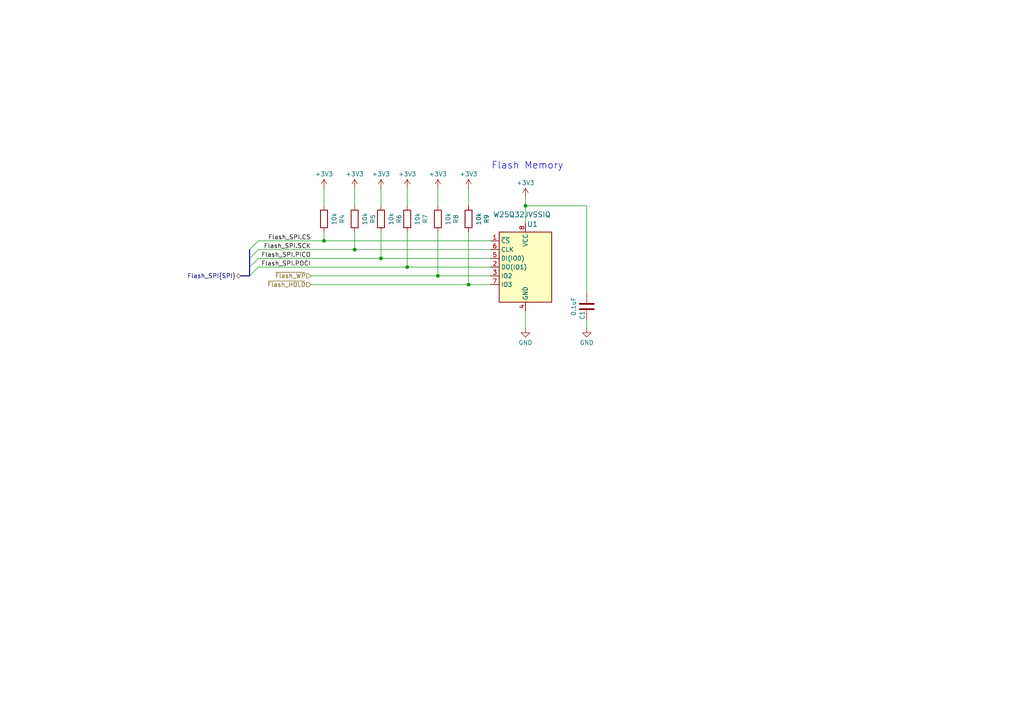
<source format=kicad_sch>
(kicad_sch (version 20231120) (generator "eeschema") (generator_version "8.0")
  (paper "A4")
  (title_block (title "Flash Memory") (date "2024-05-30") (rev "0.2.0"))
  (lib_symbols
    (symbol "Device:C" (pin_numbers hide) (pin_names (offset 0.254))
      (property "Reference" "C" (at 0.635 2.54 0))
      (property "Value" "C" (at 0.635 -2.54 0))
      (symbol "C_0_1"
        (polyline (pts (xy -2.032 -0.762) (xy 2.032 -0.762)) (stroke (width 0.508)))
        (polyline (pts (xy -2.032 0.762) (xy 2.032 0.762)) (stroke (width 0.508)))
      )
      (symbol "C_1_1"
        (pin passive line (at 0 3.81 270) (length 2.794) (name "~") (number "1"))
        (pin passive line (at 0 -3.81 90) (length 2.794) (name "~") (number "2"))
      )
    )
    (symbol "Device:R" (pin_numbers hide) (pin_names (offset 0))
      (property "Reference" "R" (at 2.032 0 90))
      (property "Value" "R" (at 0 0 90))
      (symbol "R_0_1"
        (rectangle (start -1.016 -2.54) (end 1.016 2.54) (stroke (width 0.254)))
      )
      (symbol "R_1_1"
        (pin passive line (at 0 3.81 270) (length 1.27) (name "~") (number "1"))
        (pin passive line (at 0 -3.81 90) (length 1.27) (name "~") (number "2"))
      )
    )
    (symbol "Memory_Flash:W25Q32JVSS"
      (property "Reference" "U" (at -6.35 11.43 0))
      (property "Value" "W25Q32JVSS" (at 7.62 11.43 0))
      (symbol "W25Q32JVSS_0_1"
        (rectangle (start -7.62 10.16) (end 7.62 -10.16) (stroke (width 0.254)) (fill (type background)))
      )
      (symbol "W25Q32JVSS_1_1"
        (pin input line (at -10.16 7.62 0) (length 2.54) (name "~{CS}") (number "1"))
        (pin bidirectional line (at -10.16 0 0) (length 2.54) (name "DO(IO1)") (number "2"))
        (pin bidirectional line (at -10.16 -2.54 0) (length 2.54) (name "IO2") (number "3"))
        (pin power_in line (at 0 -12.7 90) (length 2.54) (name "GND") (number "4"))
        (pin bidirectional line (at -10.16 2.54 0) (length 2.54) (name "DI(IO0)") (number "5"))
        (pin input line (at -10.16 5.08 0) (length 2.54) (name "CLK") (number "6"))
        (pin bidirectional line (at -10.16 -5.08 0) (length 2.54) (name "IO3") (number "7"))
        (pin power_in line (at 0 12.7 270) (length 2.54) (name "VCC") (number "8"))
      )
    )
    (symbol "power:+3V3" (power) (pin_numbers hide) (pin_names (offset 0) hide)
      (property "Value" "+3V3" (at 0 3.556 0))
      (symbol "+3V3_0_1"
        (polyline (pts (xy -0.762 1.27) (xy 0 2.54)))
        (polyline (pts (xy 0 0) (xy 0 2.54)))
        (polyline (pts (xy 0 2.54) (xy 0.762 1.27)))
      )
      (symbol "+3V3_1_1"
        (pin power_in line (at 0 0 90) (length 0) (name "~") (number "1"))
      )
    )
    (symbol "power:GND" (power) (pin_numbers hide) (pin_names (offset 0) hide)
      (property "Value" "GND" (at 0 -3.81 0))
      (symbol "GND_0_1"
        (polyline (pts (xy 0 0) (xy 0 -1.27) (xy 1.27 -1.27) (xy 0 -2.54) (xy -1.27 -1.27) (xy 0 -1.27)))
      )
      (symbol "GND_1_1"
        (pin power_in line (at 0 0 270) (length 0) (name "~") (number "1"))
      )
    )
  )
  (junction (at 152.4 59.69))
  (junction (at 102.87 72.39))
  (junction (at 93.98 69.85))
  (junction (at 118.11 77.47))
  (junction (at 110.49 74.93))
  (junction (at 127 80.01))
  (junction (at 135.89 82.55))
  (bus_entry (at 74.93 74.93) (size -2.54 2.54))
  (bus_entry (at 74.93 69.85) (size -2.54 2.54))
  (bus_entry (at 74.93 77.47) (size -2.54 2.54))
  (bus_entry (at 74.93 72.39) (size -2.54 2.54))
  (wire (pts (xy 118.11 54.61) (xy 118.11 59.69)))
  (bus (pts (xy 72.39 74.93) (xy 72.39 77.47)))
  (wire (pts (xy 127 80.01) (xy 142.24 80.01)))
  (wire (pts (xy 74.93 72.39) (xy 102.87 72.39)))
  (wire (pts (xy 152.4 59.69) (xy 152.4 64.77)))
  (wire (pts (xy 135.89 54.61) (xy 135.89 59.69)))
  (wire (pts (xy 74.93 69.85) (xy 93.98 69.85)))
  (wire (pts (xy 135.89 82.55) (xy 135.89 67.31)))
  (wire (pts (xy 102.87 72.39) (xy 102.87 67.31)))
  (wire (pts (xy 118.11 77.47) (xy 142.24 77.47)))
  (wire (pts (xy 102.87 54.61) (xy 102.87 59.69)))
  (bus (pts (xy 72.39 77.47) (xy 72.39 80.01)))
  (bus (pts (xy 72.39 72.39) (xy 72.39 74.93)))
  (wire (pts (xy 152.4 90.17) (xy 152.4 95.25)))
  (wire (pts (xy 93.98 67.31) (xy 93.98 69.85)))
  (wire (pts (xy 93.98 69.85) (xy 142.24 69.85)))
  (wire (pts (xy 102.87 72.39) (xy 142.24 72.39)))
  (wire (pts (xy 118.11 67.31) (xy 118.11 77.47)))
  (wire (pts (xy 127 54.61) (xy 127 59.69)))
  (wire (pts (xy 170.18 92.71) (xy 170.18 95.25)))
  (wire (pts (xy 110.49 54.61) (xy 110.49 59.69)))
  (wire (pts (xy 110.49 74.93) (xy 142.24 74.93)))
  (wire (pts (xy 74.93 77.47) (xy 118.11 77.47)))
  (wire (pts (xy 90.17 80.01) (xy 127 80.01)))
  (wire (pts (xy 170.18 59.69) (xy 170.18 85.09)))
  (wire (pts (xy 90.17 82.55) (xy 135.89 82.55)))
  (bus (pts (xy 69.85 80.01) (xy 72.39 80.01)))
  (wire (pts (xy 93.98 54.61) (xy 93.98 59.69)))
  (wire (pts (xy 152.4 59.69) (xy 170.18 59.69)))
  (wire (pts (xy 74.93 74.93) (xy 110.49 74.93)))
  (wire (pts (xy 127 67.31) (xy 127 80.01)))
  (wire (pts (xy 110.49 67.31) (xy 110.49 74.93)))
  (wire (pts (xy 142.24 82.55) (xy 135.89 82.55)))
  (wire (pts (xy 152.4 57.15) (xy 152.4 59.69)))
  (text "Flash Memory" (at 142.494 49.276 0) (effects (font (size 2 2)) (justify left bottom)))
  (label "Flash_SPI.SCK" (at 90.17 72.39 180))
  (label "Flash_SPI.PICO" (at 90.17 74.93 180))
  (label "Flash_SPI.CS" (at 90.17 69.85 180))
  (label "Flash_SPI.POCI" (at 90.17 77.47 180))
  (hierarchical_label "~{Flash_HOLD}" (shape input) (at 90.17 82.55 180))
  (hierarchical_label "~{Flash_WP}" (shape input) (at 90.17 80.01 180))
  (hierarchical_label "Flash_SPI{SPI}" (shape bidirectional) (at 69.85 80.01 180))
  (symbol (lib_id "power:+3V3") (at 127 54.61 0) (unit 1)
    (property "Reference" "#PWR12" (effects (hide yes)))
    (property "Value" "+3V3" (at 127 50.4769 0))
    (property "Description" "Power symbol creates a global label with name \"+3V3\"" (effects (hide yes)))
  )
  (symbol (lib_id "Device:R") (at 93.98 63.5 0) (unit 1)
    (property "Reference" "R4" (at 99.2378 63.5 90))
    (property "Value" "10k" (at 96.9264 63.5 90))
    (property "Footprint" "Resistor_SMD:R_0805_2012Metric" (effects (hide yes)))
    (property "Description" "Resistor" (effects (hide yes)))
  )
  (symbol (lib_id "power:+3V3") (at 118.11 54.61 0) (unit 1)
    (property "Reference" "#PWR11" (effects (hide yes)))
    (property "Value" "+3V3" (at 118.11 50.4769 0))
    (property "Description" "Power symbol creates a global label with name \"+3V3\"" (effects (hide yes)))
  )
  (symbol (lib_id "Memory_Flash:W25Q32JVSS") (at 152.4 77.47 0) (unit 1)
    (property "Reference" "U1" (at 154.432 65.024 0) (effects (font (size 1.4986 1.4986))))
    (property "Value" "W25Q32JVSSIQ" (at 151.384 62.23 0) (effects (font (size 1.4986 1.4986))))
    (property "Footprint" "Package_SO:SOIC-8_5.23x5.23mm_P1.27mm" (effects (hide yes)))
    (property "Datasheet" "http://www.winbond.com/resource-files/w25q32jv%20revg%2003272018%20plus.pdf" (effects (hide yes)))
    (property "Description" "32Mb Serial Flash Memory, Standard/Dual/Quad SPI, SOIC-8" (effects (hide yes)))
  )
  (symbol (lib_id "power:+3V3") (at 152.4 57.15 0) (unit 1)
    (property "Reference" "#PWR14" (effects (hide yes)))
    (property "Value" "+3V3" (at 152.4 53.0169 0))
    (property "Description" "Power symbol creates a global label with name \"+3V3\"" (effects (hide yes)))
  )
  (symbol (lib_id "Device:R") (at 118.11 63.5 0) (unit 1)
    (property "Reference" "R7" (at 123.3678 63.5 90))
    (property "Value" "10k" (at 121.0564 63.5 90))
    (property "Footprint" "Resistor_SMD:R_0805_2012Metric" (effects (hide yes)))
    (property "Description" "Resistor" (effects (hide yes)))
  )
  (symbol (lib_id "power:GND") (at 170.18 95.25 0) (unit 1)
    (property "Reference" "#PWR16" (effects (hide yes)))
    (property "Value" "GND" (at 170.18 99.3831 0))
    (property "Description" "Power symbol creates a global label with name \"GND\" , ground" (effects (hide yes)))
  )
  (symbol (lib_id "power:+3V3") (at 110.49 54.61 0) (unit 1)
    (property "Reference" "#PWR10" (effects (hide yes)))
    (property "Value" "+3V3" (at 110.49 50.4769 0))
    (property "Description" "Power symbol creates a global label with name \"+3V3\"" (effects (hide yes)))
  )
  (symbol (lib_id "power:+3V3") (at 102.87 54.61 0) (unit 1)
    (property "Reference" "#PWR9" (effects (hide yes)))
    (property "Value" "+3V3" (at 102.87 50.4769 0))
    (property "Description" "Power symbol creates a global label with name \"+3V3\"" (effects (hide yes)))
  )
  (symbol (lib_id "power:+3V3") (at 135.89 54.61 0) (unit 1)
    (property "Reference" "#PWR13" (effects (hide yes)))
    (property "Value" "+3V3" (at 135.89 50.4769 0))
    (property "Description" "Power symbol creates a global label with name \"+3V3\"" (effects (hide yes)))
  )
  (symbol (lib_id "power:+3V3") (at 93.98 54.61 0) (unit 1)
    (property "Reference" "#PWR8" (effects (hide yes)))
    (property "Value" "+3V3" (at 93.98 50.4769 0))
    (property "Description" "Power symbol creates a global label with name \"+3V3\"" (effects (hide yes)))
  )
  (symbol (lib_id "power:GND") (at 152.4 95.25 0) (unit 1)
    (property "Reference" "#PWR15" (effects (hide yes)))
    (property "Value" "GND" (at 152.4 99.3831 0))
    (property "Description" "Power symbol creates a global label with name \"GND\" , ground" (effects (hide yes)))
  )
  (symbol (lib_id "Device:C") (at 170.18 88.9 180) (unit 1)
    (property "Reference" "C1" (at 168.91 91.44 90))
    (property "Value" "0.1uF" (at 166.37 88.9 90))
    (property "Footprint" "Capacitor_SMD:C_0805_2012Metric" (effects (hide yes)))
    (property "Description" "Unpolarized capacitor" (effects (hide yes)))
  )
  (symbol (lib_id "Device:R") (at 135.89 63.5 0) (unit 1)
    (property "Reference" "R9" (at 141.1478 63.5 90))
    (property "Value" "10k" (at 138.8364 63.5 90))
    (property "Footprint" "Resistor_SMD:R_0805_2012Metric" (effects (hide yes)))
    (property "Description" "Resistor" (effects (hide yes)))
  )
  (symbol (lib_id "Device:R") (at 102.87 63.5 0) (unit 1)
    (property "Reference" "R5" (at 108.1278 63.5 90))
    (property "Value" "10k" (at 105.8164 63.5 90))
    (property "Footprint" "Resistor_SMD:R_0805_2012Metric" (effects (hide yes)))
    (property "Description" "Resistor" (effects (hide yes)))
  )
  (symbol (lib_id "Device:R") (at 127 63.5 0) (unit 1)
    (property "Reference" "R8" (at 132.2578 63.5 90))
    (property "Value" "10k" (at 129.9464 63.5 90))
    (property "Footprint" "Resistor_SMD:R_0805_2012Metric" (effects (hide yes)))
    (property "Description" "Resistor" (effects (hide yes)))
  )
  (symbol (lib_id "Device:R") (at 110.49 63.5 0) (unit 1)
    (property "Reference" "R6" (at 115.7478 63.5 90))
    (property "Value" "10k" (at 113.4364 63.5 90))
    (property "Footprint" "Resistor_SMD:R_0805_2012Metric" (effects (hide yes)))
    (property "Description" "Resistor" (effects (hide yes)))
  )
)
</source>
